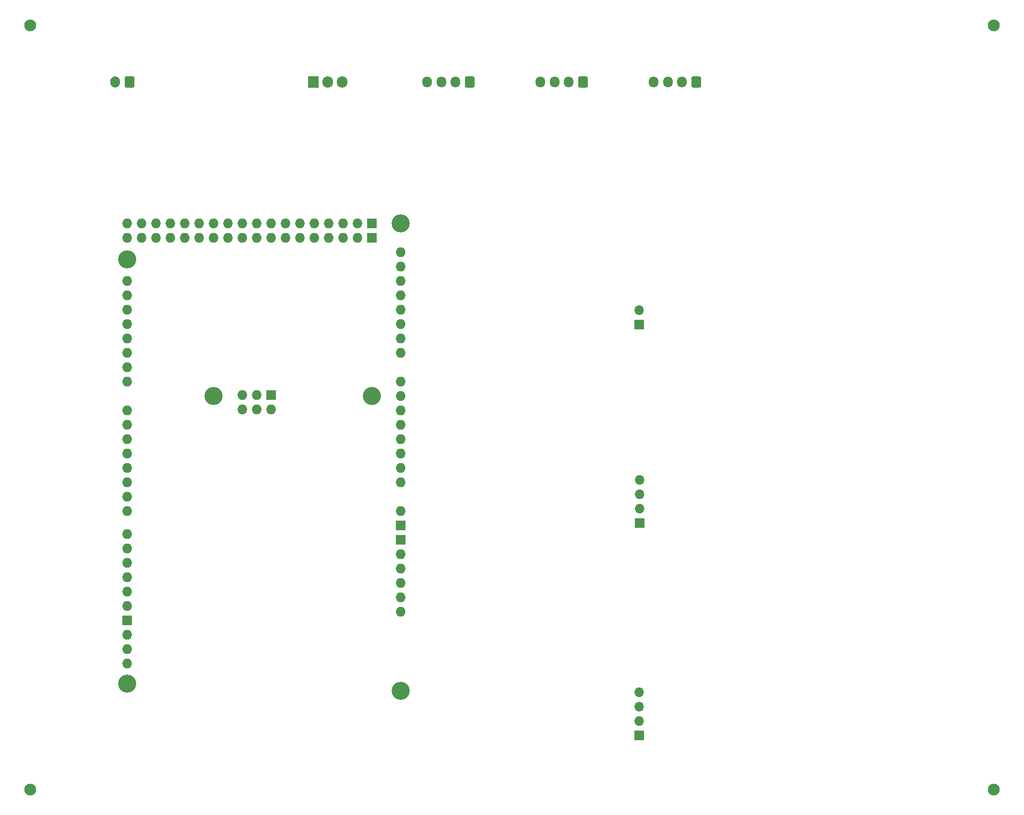
<source format=gbr>
%TF.GenerationSoftware,KiCad,Pcbnew,(7.0.0)*%
%TF.CreationDate,2023-11-10T08:28:01+01:00*%
%TF.ProjectId,AbuDhabi_ElectronBeam,41627544-6861-4626-995f-456c65637472,rev?*%
%TF.SameCoordinates,PXa6e49c0PYcef2840*%
%TF.FileFunction,Soldermask,Bot*%
%TF.FilePolarity,Negative*%
%FSLAX46Y46*%
G04 Gerber Fmt 4.6, Leading zero omitted, Abs format (unit mm)*
G04 Created by KiCad (PCBNEW (7.0.0)) date 2023-11-10 08:28:01*
%MOMM*%
%LPD*%
G01*
G04 APERTURE LIST*
G04 Aperture macros list*
%AMRoundRect*
0 Rectangle with rounded corners*
0 $1 Rounding radius*
0 $2 $3 $4 $5 $6 $7 $8 $9 X,Y pos of 4 corners*
0 Add a 4 corners polygon primitive as box body*
4,1,4,$2,$3,$4,$5,$6,$7,$8,$9,$2,$3,0*
0 Add four circle primitives for the rounded corners*
1,1,$1+$1,$2,$3*
1,1,$1+$1,$4,$5*
1,1,$1+$1,$6,$7*
1,1,$1+$1,$8,$9*
0 Add four rect primitives between the rounded corners*
20,1,$1+$1,$2,$3,$4,$5,0*
20,1,$1+$1,$4,$5,$6,$7,0*
20,1,$1+$1,$6,$7,$8,$9,0*
20,1,$1+$1,$8,$9,$2,$3,0*%
G04 Aperture macros list end*
%ADD10RoundRect,0.250000X0.600000X0.750000X-0.600000X0.750000X-0.600000X-0.750000X0.600000X-0.750000X0*%
%ADD11O,1.700000X2.000000*%
%ADD12R,1.905000X2.000000*%
%ADD13O,1.905000X2.000000*%
%ADD14RoundRect,0.250000X0.600000X0.725000X-0.600000X0.725000X-0.600000X-0.725000X0.600000X-0.725000X0*%
%ADD15O,1.700000X1.950000*%
%ADD16C,2.100000*%
%ADD17R,1.700000X1.700000*%
%ADD18O,1.700000X1.700000*%
%ADD19C,3.200000*%
%ADD20O,1.727200X1.727200*%
%ADD21R,1.727200X1.727200*%
G04 APERTURE END LIST*
D10*
%TO.C,J19*%
X22500000Y130000000D03*
D11*
X19999999Y129999999D03*
%TD*%
D12*
%TO.C,U2*%
X54919999Y129999999D03*
D13*
X57459999Y129999999D03*
X59999999Y129999999D03*
%TD*%
D14*
%TO.C,J12*%
X102500000Y130000000D03*
D15*
X99999999Y129999999D03*
X97499999Y129999999D03*
X94999999Y129999999D03*
%TD*%
D16*
%TO.C,REF\u002A\u002A*%
X5000000Y140000000D03*
%TD*%
%TO.C,REF\u002A\u002A*%
X175000000Y5000000D03*
%TD*%
%TO.C,REF\u002A\u002A*%
X175000000Y140000000D03*
%TD*%
D14*
%TO.C,J21*%
X122500000Y130000000D03*
D15*
X119999999Y129999999D03*
X117499999Y129999999D03*
X114999999Y129999999D03*
%TD*%
D17*
%TO.C,J1*%
X112499999Y52106999D03*
D18*
X112499999Y54646999D03*
X112499999Y57186999D03*
X112499999Y59726999D03*
%TD*%
D19*
%TO.C,A3*%
X70360000Y22490000D03*
X22100000Y23760000D03*
D20*
X70359999Y36459999D03*
D19*
X37340000Y74560000D03*
X65280000Y74560000D03*
X22100000Y98690000D03*
X70360000Y105040000D03*
D20*
X70359999Y44079999D03*
X70359999Y46619999D03*
X42419999Y74686999D03*
X22099999Y102499999D03*
X22099999Y105039999D03*
X70359999Y59319999D03*
X70359999Y61859999D03*
X70359999Y64399999D03*
X70359999Y66939999D03*
X70359999Y69479999D03*
X70359999Y72019999D03*
X70359999Y74559999D03*
X70359999Y77099999D03*
X70359999Y82179999D03*
X70359999Y84719999D03*
X70359999Y87259999D03*
X70359999Y89799999D03*
X70359999Y92339999D03*
X70359999Y94879999D03*
X70359999Y97419999D03*
X70359999Y99959999D03*
X22099999Y32395999D03*
X22099999Y72019999D03*
X22099999Y69479999D03*
X22099999Y66939999D03*
X22099999Y64399999D03*
X22099999Y61859999D03*
X22099999Y59319999D03*
X22099999Y56779999D03*
X22099999Y54239999D03*
X22099999Y50175999D03*
X22099999Y47635999D03*
X22099999Y45095999D03*
X22099999Y42555999D03*
X22099999Y40015999D03*
X22099999Y37475999D03*
X22099999Y77099999D03*
X22099999Y79639999D03*
X22099999Y82179999D03*
X22099999Y84719999D03*
X22099999Y87259999D03*
X22099999Y89799999D03*
X22099999Y92339999D03*
X22099999Y94879999D03*
X24639999Y102499999D03*
X24639999Y105039999D03*
X27179999Y102499999D03*
X27179999Y105039999D03*
X29719999Y102499999D03*
X29719999Y105039999D03*
X32259999Y102499999D03*
X32259999Y105039999D03*
X34799999Y102499999D03*
X34799999Y105039999D03*
X37339999Y102499999D03*
X37339999Y105039999D03*
X39879999Y102499999D03*
X39879999Y105039999D03*
X42419999Y102499999D03*
X42419999Y105039999D03*
X44959999Y102499999D03*
X44959999Y105039999D03*
X47499999Y102499999D03*
X47499999Y105039999D03*
X50039999Y102499999D03*
X50039999Y105039999D03*
X52579999Y102499999D03*
X52579999Y105039999D03*
X55119999Y102499999D03*
X55119999Y105039999D03*
X57659999Y102499999D03*
X57659999Y105039999D03*
X60199999Y102499999D03*
X60199999Y105039999D03*
X62739999Y102499999D03*
X62739999Y105039999D03*
D21*
X22099999Y34935999D03*
X70359999Y49159999D03*
X70359999Y51699999D03*
X47499999Y74686999D03*
X65279999Y102499999D03*
X65279999Y105039999D03*
D20*
X70359999Y38999999D03*
X42419999Y72146999D03*
X44959999Y74686999D03*
X70359999Y41539999D03*
X47499999Y72146999D03*
X44959999Y72146999D03*
X22099999Y27315999D03*
X22099999Y29855999D03*
X70359999Y54239999D03*
%TD*%
D16*
%TO.C,REF\u002A\u002A*%
X5000000Y5000000D03*
%TD*%
D14*
%TO.C,J13*%
X82500000Y130000000D03*
D15*
X79999999Y129999999D03*
X77499999Y129999999D03*
X74999999Y129999999D03*
%TD*%
D17*
%TO.C,J16*%
X112397999Y87146999D03*
D18*
X112397999Y89686999D03*
%TD*%
D17*
%TO.C,J18*%
X112397999Y14592999D03*
D18*
X112397999Y17132999D03*
X112397999Y19672999D03*
X112397999Y22212999D03*
%TD*%
M02*

</source>
